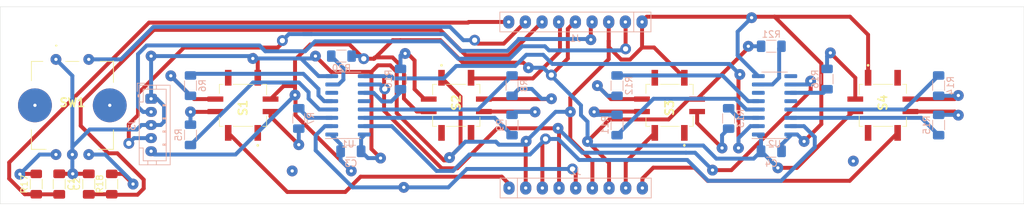
<source format=kicad_pcb>
(kicad_pcb (version 20211014) (generator pcbnew)
  (layers (0 "F.Cu" mixed) (31 "B.Cu" mixed) (34 "B.Paste" user) (35 "F.Paste" user) (36 "B.SilkS" user "B.Silkscreen") (37 "F.SilkS" user "F.Silkscreen") (38 "B.Mask" user) (39 "F.Mask" user) (44 "Edge.Cuts" user))
  (net 0 "")
  (net 1 "GND")
  (net 2 "ENCA")
  (net 3 "ENCB")
  (net 4 "VCC")
  (net 5 "BUT3")
  (net 6 "BUT2")
  (net 7 "BUT1")
  (net 8 "BUT0")
  (net 9 "PSHFCLK")
  (net 10 "PSHFDATA")
  (net 11 "PSHFUDATE")
  (net 12 "ADC1")
  (net 13 "ADC0")
  (net 14 "S1_R")
  (net 15 "Net-(R5-Pad1)")
  (net 16 "Net-(R6-Pad1)")
  (net 17 "S1_G")
  (net 18 "S1_b")
  (net 19 "Net-(R7-Pad1)")
  (net 20 "Net-(R8-Pad1)")
  (net 21 "S2_R")
  (net 22 "Net-(R9-Pad1)")
  (net 23 "Net-(R10-Pad1)")
  (net 24 "Net-(R11-Pad1)")
  (net 25 "Net-(R12-Pad1)")
  (net 26 "Net-(R13-Pad1)")
  (net 27 "Net-(R14-Pad1)")
  (net 28 "Net-(R15-Pad1)")
  (net 29 "Net-(R16-Pad1)")
  (net 30 "Net-(R17-Pad2)")
  (net 31 "Net-(R18-Pad2)")
  (net 32 "ENCSW")
  (net 33 "Net-(R20-Pad1)")
  (net 34 "Net-(R21-Pad1)")
  (net 35 "Net-(U1-Pad9)")
  (net 36 "S2_G")
  (net 37 "S2_B")
  (net 38 "S3_R")
  (net 39 "S3_G")
  (net 40 "S3_B")
  (net 41 "S4_R")
  (net 42 "S4_G")
  (net 43 "S4_B")
  (footprint "MOUSERfootprintANDsymbol:PEC11R4230KS0024" (layer "F.Cu") (at 78.5 82)
    (fp_text reference "SW1")
    (fp_text value "Rotary_Encoder_Switch" hide)
  )
  (footprint "Resistor_SMD:R_1206_3216Metric_Pad1.30x1.75mm_HandSolder" (layer "F.Cu") (at 87 94 90)
    (fp_text reference "R18")
    (fp_text value "27k")
  )
  (footprint "Capacitor_SMD:C_1206_3216Metric_Pad1.33x1.80mm_HandSolder" (layer "F.Cu") (at 79 94 -90)
    (fp_text reference "C1")
    (fp_text value "100nF")
  )
  (footprint "MOUSERfootprintANDsymbol:228CMVARGBFR" (layer "F.Cu") (at 139.5 82 90)
    (fp_text reference "S2")
    (fp_text value "228CMVARGBFR" hide)
  )
  (footprint "MOUSERfootprintANDsymbol:228CMVARGBFR" (layer "F.Cu") (at 172 82 -90)
    (fp_text reference "S3")
    (fp_text value "228CMVARGBFR" hide)
  )
  (footprint "MOUSERfootprintANDsymbol:228CMVARGBFR" (layer "F.Cu") (at 204.5 82 90)
    (fp_text reference "S4")
    (fp_text value "228CMVARGBFR" hide)
  )
  (footprint "Resistor_SMD:R_1206_3216Metric_Pad1.30x1.75mm_HandSolder" (layer "F.Cu") (at 75.5 94 90)
    (fp_text reference "R17")
    (fp_text value "27k")
  )
  (footprint "Capacitor_SMD:C_1206_3216Metric_Pad1.33x1.80mm_HandSolder" (layer "F.Cu") (at 83.5 94 90)
    (fp_text reference "C2")
    (fp_text value "100nF")
  )
  (footprint "MOUSERfootprintANDsymbol:228CMVARGBFR" (layer "F.Cu") (at 107 82 -90)
    (fp_text reference "S1")
    (fp_text value "228CMVARGBFR" hide)
  )
  (footprint ".Ambisonic:Header-01x09-p2.54-selfsolder" (layer "B.Cu") (at 157.7 94.6)
    (fp_text reference "J2")
    (fp_text value "Conn_01x09_Male")
  )
  (footprint "Connector_JST:JST_PH_B5B-PH-K_1x05_P2.00mm_Vertical" (layer "B.Cu") (at 93 81 -90)
    (fp_text reference "J3")
    (fp_text value "Conn_01x06_Female")
  )
  (footprint "Package_SO:SOIC-16_3.9x9.9mm_P1.27mm" (layer "B.Cu") (at 188 82)
    (fp_text reference "U2")
    (fp_text value "TPIC6C595-SOIC")
  )
  (footprint "Package_SO:SOIC-16_3.9x9.9mm_P1.27mm" (layer "B.Cu") (at 123 82)
    (fp_text reference "U1")
    (fp_text value "TPIC6C595-SOIC")
  )
  (footprint "Resistor_SMD:R_1206_3216Metric_Pad1.30x1.75mm_HandSolder" (layer "B.Cu") (at 148 85 -90)
    (fp_text reference "R9")
    (fp_text value "155")
  )
  (footprint "Resistor_SMD:R_1206_3216Metric_Pad1.30x1.75mm_HandSolder" (layer "B.Cu") (at 196 78 -90)
    (fp_text reference "R16")
    (fp_text value "100")
  )
  (footprint "Resistor_SMD:R_1206_3216Metric_Pad1.30x1.75mm_HandSolder" (layer "B.Cu") (at 213 85 -90)
    (fp_text reference "R15")
    (fp_text value "155")
  )
  (footprint "Resistor_SMD:R_1206_3216Metric_Pad1.30x1.75mm_HandSolder" (layer "B.Cu") (at 213 79 90)
    (fp_text reference "R14")
    (fp_text value "165")
  )
  (footprint "Resistor_SMD:R_1206_3216Metric_Pad1.30x1.75mm_HandSolder" (layer "B.Cu") (at 181 84 90)
    (fp_text reference "R13")
    (fp_text value "100")
  )
  (footprint "Resistor_SMD:R_1206_3216Metric_Pad1.30x1.75mm_HandSolder" (layer "B.Cu") (at 148 79 90)
    (fp_text reference "R8")
    (fp_text value "165")
  )
  (footprint "Resistor_SMD:R_1206_3216Metric_Pad1.30x1.75mm_HandSolder" (layer "B.Cu") (at 164 79 90)
    (fp_text reference "R12")
    (fp_text value "155")
  )
  (footprint "Resistor_SMD:R_1206_3216Metric_Pad1.30x1.75mm_HandSolder" (layer "B.Cu") (at 164 85 -90)
    (fp_text reference "R11")
    (fp_text value "165")
  )
  (footprint "Resistor_SMD:R_1206_3216Metric_Pad1.30x1.75mm_HandSolder" (layer "B.Cu") (at 131 78 -90)
    (fp_text reference "R10")
    (fp_text value "100")
  )
  (footprint "Resistor_SMD:R_1206_3216Metric_Pad1.30x1.75mm_HandSolder" (layer "B.Cu") (at 99 79 90)
    (fp_text reference "R6")
    (fp_text value "155")
  )
  (footprint "Resistor_SMD:R_1206_3216Metric_Pad1.30x1.75mm_HandSolder" (layer "B.Cu") (at 99 86.5 -90)
    (fp_text reference "R5")
    (fp_text value "165")
  )
  (footprint "Capacitor_SMD:C_1206_3216Metric_Pad1.33x1.80mm_HandSolder" (layer "B.Cu") (at 187.5 89)
    (fp_text reference "C4")
    (fp_text value "100nF")
  )
  (footprint "Capacitor_SMD:C_1206_3216Metric_Pad1.33x1.80mm_HandSolder" (layer "B.Cu") (at 123.4375 89)
    (fp_text reference "C3")
    (fp_text value "100nF")
  )
  (footprint "Resistor_SMD:R_1206_3216Metric_Pad1.30x1.75mm_HandSolder" (layer "B.Cu") (at 122 74.5)
    (fp_text reference "R20")
    (fp_text value "4K7")
  )
  (footprint "Resistor_SMD:R_1206_3216Metric_Pad1.30x1.75mm_HandSolder" (layer "B.Cu") (at 187.5 73 180)
    (fp_text reference "R21")
    (fp_text value "4K7")
  )
  (footprint ".Ambisonic:Header-01x09-p2.54-selfsolder" (layer "B.Cu") (at 157.65 69.3 180)
    (fp_text reference "J1")
    (fp_text value "Conn_01x09_Male")
  )
  (footprint "Resistor_SMD:R_1206_3216Metric_Pad1.30x1.75mm_HandSolder" (layer "B.Cu") (at 115.5 84 90)
    (fp_text reference "R7")
    (fp_text value "100")
  )
  (gr_line (start 70 97) (end 226 97) (layer "Edge.Cuts") (width 0.05))
  (gr_line (start 226 97) (end 226 67) (layer "Edge.Cuts") (width 0.05))
  (gr_line (start 70 97) (end 70 67) (layer "Edge.Cuts") (width 0.05))
  (gr_line (start 70 67) (end 226 67) (layer "Edge.Cuts") (width 0.05))
  (segment (start 140.149999 80.699999) (end 140.149999 88.280001) (width 0.6) (layer "F.Cu") (net 1))
  (segment (start 156.8755 87.172907) (end 156.8755 82.986288) (width 0.6) (layer "F.Cu") (net 1))
  (segment (start 160.24 90.537407) (end 156.8755 87.172907) (width 0.6) (layer "F.Cu") (net 1))
  (segment (start 130.425001 76.900999) (end 130.425001 83.194961) (width 0.6) (layer "F.Cu") (net 1))
  (segment (start 137.61502 90.38498) (end 138.04502 90.38498) (width 0.6) (layer "F.Cu") (net 1))
  (segment (start 165.972896 75.024511) (end 164.627104 75.024511) (width 0.6) (layer "F.Cu") (net 1))
  (segment (start 108.58748 74.31252) (end 108.5 74.4) (width 0.6) (layer "F.Cu") (net 1))
  (segment (start 195.124511 84.875489) (end 195.124511 75.624511) (width 0.6) (layer "F.Cu") (net 1))
  (segment (start 162.73 74.972593) (end 162.73 72.17) (width 0.6) (layer "F.Cu") (net 1))
  (segment (start 120.441469 76.900999) (end 126.574999 76.900999) (width 0.6) (layer "F.Cu") (net 1))
  (segment (start 164.627104 75.024511) (end 162.73 73.127407) (width 0.6) (layer "F.Cu") (net 1))
  (segment (start 79 92.4375) (end 83.5 92.4375) (width 0.6) (layer "F.Cu") (net 1))
  (segment (start 126.574999 76.900999) (end 127.575999 75.899999) (width 0.6) (layer "F.Cu") (net 1))
  (segment (start 126.574999 76.900999) (end 126.574999 88.655939) (width 0.6) (layer "F.Cu") (net 1))
  (segment (start 129.424001 75.899999) (end 130.425001 76.900999) (width 0.6) (layer "F.Cu") (net 1))
  (segment (start 202.25 77.8) (end 202.25 71.25) (width 0.6) (layer "F.Cu") (net 1))
  (segment (start 162.73 72.17) (end 162.73 69.3) (width 0.6) (layer "F.Cu") (net 1))
  (segment (start 140.149999 88.280001) (end 138.465 89.965) (width 0.6) (layer "F.Cu") (net 1))
  (segment (start 174.25 77.8) (end 169.637407 73.187407) (width 0.6) (layer "F.Cu") (net 1))
  (segment (start 156.8755 82.986288) (end 156.8755 80.827093) (width 0.6) (layer "F.Cu") (net 1))
  (segment (start 156.8755 80.827093) (end 162.73 74.972593) (width 0.6) (layer "F.Cu") (net 1))
  (segment (start 167.81 73.187407) (end 165.972896 75.024511) (width 0.6) (layer "F.Cu") (net 1))
  (segment (start 160.24 94.6) (end 160.24 90.537407) (width 0.6) (layer "F.Cu") (net 1))
  (segment (start 192.5 87.5) (end 195.124511 84.875489) (width 0.6) (layer "F.Cu") (net 1))
  (segment (start 169.637407 73.187407) (end 167.81 73.187407) (width 0.6) (layer "F.Cu") (net 1))
  (segment (start 199.5 68.5) (end 188 68.5) (width 0.6) (layer "F.Cu") (net 1))
  (segment (start 150.08 93.98) (end 150.08 87.545796) (width 0.6) (layer "F.Cu") (net 1))
  (segment (start 137.25 77.8) (end 140.149999 80.699999) (width 0.6) (layer "F.Cu") (net 1))
  (segment (start 167.81 69.3) (end 167.81 73.187407) (width 0.6) (layer "F.Cu") (net 1))
  (segment (start 195.124511 75.624511) (end 188 68.5) (width 0.6) (layer "F.Cu") (net 1))
  (segment (start 162.73 73.127407) (end 162.73 72.17) (width 0.6) (layer "F.Cu") (net 1))
  (segment (start 138.04502 90.38498) (end 138.465 89.965) (width 0.6) (layer "F.Cu") (net 1))
  (segment (start 130.425001 83.194961) (end 137.61502 90.38498) (width 0.6) (layer "F.Cu") (net 1))
  (segment (start 108.5 74.4) (end 108.5 74.861508) (width 0.6) (layer "F.Cu") (net 1))
  (segment (start 202.25 71.25) (end 199.5 68.5) (width 0.6) (layer "F.Cu") (net 1))
  (segment (start 127.575999 75.899999) (end 129.424001 75.899999) (width 0.6) (layer "F.Cu") (net 1))
  (segment (start 109.25 74.97504) (end 108.58748 74.31252) (width 0.6) (layer "F.Cu") (net 1))
  (segment (start 118.04047 74.5) (end 120.441469 76.900999) (width 0.6) (layer "F.Cu") (net 1))
  (segment (start 109.25 77.8) (end 109.25 74.97504) (width 0.6) (layer "F.Cu") (net 1))
  (segment (start 150.08 87.545796) (end 150.15 87.475796) (width 0.6) (layer "F.Cu") (net 1))
  (segment (start 126.574999 88.655939) (end 127.95953 90.04047) (width 0.6) (layer "F.Cu") (net 1))
  (segment (start 188 68.5) (end 168.5 68.5) (width 0.6) (layer "F.Cu") (net 1))
  (via (at 184.5 68.65) (size 1.65) (drill 0.5) (layers "F.Cu" "B.Cu") (net 1))
  (via (at 138.465 89.965) (size 1.65) (drill 0.5) (layers "F.Cu" "B.Cu") (net 1))
  (via (at 127.95953 90.04047) (size 1.65) (drill 0.5) (layers "F.Cu" "B.Cu") (net 1))
  (via (at 81.0625 92.4375) (size 1.65) (drill 0.5) (layers "F.Cu" "B.Cu") (net 1))
  (via (at 156.8755 82.986288) (size 1.65) (drill 0.5) (layers "F.Cu" "B.Cu") (net 1))
  (via (at 93 74.5) (size 1.65) (drill 0.5) (layers "F.Cu" "B.Cu") (net 1))
  (via (at 200 90.5) (size 1.65) (drill 0.5) (layers "F.Cu" "B.Cu") (net 1))
  (via (at 108.5 74.861508) (size 1.65) (drill 0.5) (layers "F.Cu" "B.Cu") (net 1))
  (via (at 150.15 87.475796) (size 1.65) (drill 0.5) (layers "F.Cu" "B.Cu") (net 1))
  (via (at 114.5 92) (size 1.65) (drill 0.5) (layers "F.Cu" "B.Cu") (net 1))
  (via (at 192.5 87.5) (size 1.65) (drill 0.5) (layers "F.Cu" "B.Cu") (net 1))
  (via (at 118.04047 74.5) (size 1.65) (drill 0.5) (layers "F.Cu" "B.Cu") (net 1))
  (segment (start 126.04047 90.04047) (end 125 89) (width 0.6) (layer "B.Cu") (net 1))
  (segment (start 108.138492 74.5) (end 93 74.5) (width 0.6) (layer "B.Cu") (net 1))
  (segment (start 189.0625 89) (end 189.0625 87.98751) (width 0.6) (layer "B.Cu") (net 1))
  (segment (start 156.8755 82.986288) (end 154.639508 82.986288) (width 0.6) (layer "B.Cu") (net 1))
  (segment (start 83.652773 85.680501) (end 90.844499 85.680501) (width 0.6) (layer "B.Cu") (net 1))
  (segment (start 94.475 85) (end 94.97501 84.49999) (width 0.6) (layer "B.Cu") (net 1))
  (segment (start 115.838492 74.861508) (end 108.5 74.861508) (width 0.6) (layer "B.Cu") (net 1))
  (segment (start 189.0625 87.98751) (end 190.475 86.57501) (width 0.6) (layer "B.Cu") (net 1))
  (segment (start 149.626276 87.99952) (end 145.99952 87.99952) (width 0.6) (layer "B.Cu") (net 1))
  (segment (start 184.5 68.65) (end 182.375489 70.774511) (width 0.6) (layer "B.Cu") (net 1))
  (segment (start 93.875 81) (end 93 81) (width 0.6) (layer "B.Cu") (net 1))
  (segment (start 127.95953 90.04047) (end 126.04047 90.04047) (width 0.6) (layer "B.Cu") (net 1))
  (segment (start 154.639508 82.986288) (end 150.15 87.475796) (width 0.6) (layer "B.Cu") (net 1))
  (segment (start 120.525 77.555) (end 118.531984 77.555) (width 0.6) (layer "B.Cu") (net 1))
  (segment (start 145.99952 87.99952) (end 145.54952 87.54952) (width 0.6) (layer "B.Cu") (net 1))
  (segment (start 191.445 86.445) (end 192.5 87.5) (width 0.6) (layer "B.Cu") (net 1))
  (segment (start 81 88.333274) (end 83.652773 85.680501) (width 0.6) (layer "B.Cu") (net 1))
  (segment (start 81 89.5) (end 81 77.5) (width 0.6) (layer "B.Cu") (net 1))
  (segment (start 81 89.5) (end 81 92.375) (width 0.6) (layer "B.Cu") (net 1))
  (segment (start 90.844499 85.680501) (end 91.525 85) (width 0.6) (layer "B.Cu") (net 1))
  (segment (start 125 87.05001) (end 125.475 86.57501) (width 0.6) (layer "B.Cu") (net 1))
  (segment (start 182.375489 70.774511) (end 182.375489 74.405489) (width 0.6) (layer "B.Cu") (net 1))
  (segment (start 138.465 89.965) (end 140.88048 87.54952) (width 0.6) (layer "B.Cu") (net 1))
  (segment (start 94.97501 84.49999) (end 94.97501 82.10001) (width 0.6) (layer "B.Cu") (net 1))
  (segment (start 93 81) (end 93 74.5) (width 0.6) (layer "B.Cu") (net 1))
  (segment (start 182.375489 74.405489) (end 185.525 77.555) (width 0.6) (layer "B.Cu") (net 1))
  (segment (start 190.475 86.445) (end 191.445 86.445) (width 0.6) (layer "B.Cu") (net 1))
  (segment (start 117.678962 74.861508) (end 115.838492 74.861508) (width 0.6) (layer "B.Cu") (net 1))
  (segment (start 108.5 74.861508) (end 108.138492 74.5) (width 0.6) (layer "B.Cu") (net 1))
  (segment (start 94.97501 82.10001) (end 93.875 81) (width 0.6) (layer "B.Cu") (net 1))
  (segment (start 118.531984 77.555) (end 115.838492 74.861508) (width 0.6) (layer "B.Cu") (net 1))
  (segment (start 93 85) (end 94.475 85) (width 0.6) (layer "B.Cu") (net 1))
  (segment (start 81 77.5) (end 78.5 75) (width 0.6) (layer "B.Cu") (net 1))
  (segment (start 118.04047 74.5) (end 117.678962 74.861508) (width 0.6) (layer "B.Cu") (net 1))
  (segment (start 145.54952 87.54952) (end 146 88) (width 0.6) (layer "B.Cu") (net 1))
  (segment (start 140.88048 87.54952) (end 145.54952 87.54952) (width 0.6) (layer "B.Cu") (net 1))
  (segment (start 150.15 87.475796) (end 149.626276 87.99952) (width 0.6) (layer "B.Cu") (net 1))
  (segment (start 91.525 85) (end 93 85) (width 0.6) (layer "B.Cu") (net 1))
  (segment (start 81 92.375) (end 81.0625 92.4375) (width 0.6) (layer "B.Cu") (net 1))
  (segment (start 125 89) (end 125 87.05001) (width 0.6) (layer "B.Cu") (net 1))
  (segment (start 92.679578 69.40048) (end 71.375489 90.704569) (width 0.6) (layer "F.Cu") (net 2))
  (segment (start 79 95.5625) (end 75.5125 95.5625) (width 0.6) (layer "F.Cu") (net 2))
  (segment (start 141.29952 69.40048) (end 92.679578 69.40048) (width 0.6) (layer "F.Cu") (net 2))
  (segment (start 141.4 69.3) (end 141.29952 69.40048) (width 0.6) (layer "F.Cu") (net 2))
  (segment (start 71.375489 93.175489) (end 73.75 95.55) (width 0.6) (layer "F.Cu") (net 2))
  (segment (start 73.75 95.55) (end 75.5 95.55) (width 0.6) (layer "F.Cu") (net 2))
  (segment (start 147.49 69.3) (end 141.4 69.3) (width 0.6) (layer "F.Cu") (net 2))
  (segment (start 75.5125 95.5625) (end 75.5 95.55) (width 0.6) (layer "F.Cu") (net 2))
  (segment (start 71.375489 90.704569) (end 71.375489 93.175489) (width 0.6) (layer "F.Cu") (net 2))
  (segment (start 91.874511 94.672896) (end 90.922896 95.624511) (width 0.6) (layer "F.Cu") (net 3))
  (segment (start 87.074511 95.624511) (end 87 95.55) (width 0.6) (layer "F.Cu") (net 3))
  (segment (start 82.275 81.644942) (end 82.275 85.125) (width 0.6) (layer "F.Cu") (net 3))
  (segment (start 137.054956 70.5) (end 93.419942 70.5) (width 0.6) (layer "F.Cu") (net 3))
  (segment (start 87 95.55) (end 83.5125 95.55) (width 0.6) (layer "F.Cu") (net 3))
  (segment (start 87.859971 89.312564) (end 91.874511 93.327104) (width 0.6) (layer "F.Cu") (net 3))
  (segment (start 90.922896 95.624511) (end 87.074511 95.624511) (width 0.6) (layer "F.Cu") (net 3))
  (segment (start 152.57 69.3) (end 147.497478 74.372522) (width 0.6) (layer "F.Cu") (net 3))
  (segment (start 83.5125 95.55) (end 83.5 95.5625) (width 0.6) (layer "F.Cu") (net 3))
  (segment (start 140.927478 74.372522) (end 137.054956 70.5) (width 0.6) (layer "F.Cu") (net 3))
  (segment (start 147.497478 74.372522) (end 140.927478 74.372522) (width 0.6) (layer "F.Cu") (net 3))
  (segment (start 86.462564 89.312564) (end 87.859971 89.312564) (width 0.6) (layer "F.Cu") (net 3))
  (segment (start 91.874511 93.327104) (end 91.874511 94.672896) (width 0.6) (layer "F.Cu") (net 3))
  (segment (start 93.419942 70.5) (end 82.275 81.644942) (width 0.6) (layer "F.Cu") (net 3))
  (segment (start 82.275 85.125) (end 86.462564 89.312564) (width 0.6) (layer "F.Cu") (net 3))
  (segment (start 131.524521 76.445563) (end 129.778958 74.7) (width 0.6) (layer "F.Cu") (net 4))
  (segment (start 129.778958 74.7) (end 127.1 74.7) (width 0.6) (layer "F.Cu") (net 4))
  (segment (start 117.27499 72.72501) (end 117.67499 72.72501) (width 0.6) (layer "F.Cu") (net 4))
  (segment (start 184 73.25) (end 184 73) (width 0.6) (layer "F.Cu") (net 4))
  (segment (start 133.5 82.95) (end 131.524521 80.974521) (width 0.6) (layer "F.Cu") (net 4))
  (segment (start 114.931706 79.068294) (end 114.931706 75.068294) (width 0.6) (layer "F.Cu") (net 4))
  (segment (start 131.524521 80.974521) (end 131.524521 76.445563) (width 0.6) (layer "F.Cu") (net 4))
  (segment (start 171.850489 84.149511) (end 162.850489 84.149511) (width 0.6) (layer "F.Cu") (net 4))
  (segment (start 123.22501 72.72501) (end 125.4 74.9) (width 0.6) (layer "F.Cu") (net 4))
  (segment (start 162.78 90.78) (end 159.5 87.5) (width 0.6) (layer "F.Cu") (net 4))
  (segment (start 126.9 74.9) (end 127 74.9) (width 0.6) (layer "F.Cu") (net 4))
  (segment (start 162.850489 84.149511) (end 159.5 87.5) (width 0.6) (layer "F.Cu") (net 4))
  (segment (start 130.974999 72.074999) (end 137.074999 72.074999) (width 0.6) (layer "F.Cu") (net 4))
  (segment (start 127 74.9) (end 127.587495 74.312505) (width 0.6) (layer "F.Cu") (net 4))
  (segment (start 113.181706 79.068294) (end 111.2 81.05) (width 0.6) (layer "F.Cu") (net 4))
  (segment (start 156.5 70.34) (end 157.84 69) (width 0.6) (layer "F.Cu") (net 4))
  (segment (start 114.931706 79.068294) (end 113.181706 79.068294) (width 0.6) (layer "F.Cu") (net 4))
  (segment (start 117.67499 72.72501) (end 123.22501 72.72501) (width 0.6) (layer "F.Cu") (net 4))
  (segment (start 129.825001 72.074999) (end 130.974999 72.074999) (width 0.6) (layer "F.Cu") (net 4))
  (segment (start 114.931706 75.068294) (end 117.27499 72.72501) (width 0.6) (layer "F.Cu") (net 4))
  (segment (start 153.985148 77.38515) (end 156.5 74.870298) (width 0.6) (layer "F.Cu") (net 4))
  (segment (start 127.1 74.7) (end 126.9 74.9) (width 0.6) (layer "F.Cu") (net 4))
  (segment (start 125.4 74.9) (end 126.9 74.9) (width 0.6) (layer "F.Cu") (net 4))
  (segment (start 176.2 81.05) (end 184 73.25) (width 0.6) (layer "F.Cu") (net 4))
  (segment (start 156.5 74.870298) (end 156.5 70.34) (width 0.6) (layer "F.Cu") (net 4))
  (segment (start 127.587495 74.312505) (end 129.825001 72.074999) (width 0.6) (layer "F.Cu") (net 4))
  (segment (start 115 80.5) (end 114.931706 80.431706) (width 0.6) (layer "F.Cu") (net 4))
  (segment (start 150.5 76.2755) (end 149.7245 75.5) (width 0.6) (layer "F.Cu") (net 4))
  (segment (start 123.5 92) (end 115 83.5) (width 0.6) (layer "F.Cu") (net 4))
  (segment (start 135.3 82.95) (end 133.5 82.95) (width 0.6) (layer "F.Cu") (net 4))
  (segment (start 115 83.5) (end 115 80.5) (width 0.6) (layer "F.Cu") (net 4))
  (segment (start 137.074999 72.074999) (end 140.5 75.5) (width 0.6) (layer "F.Cu") (net 4))
  (segment (start 149.7245 75.5) (end 140.5 75.5) (width 0.6) (layer "F.Cu") (net 4))
  (segment (start 176.2 81.05) (end 174.95 81.05) (width 0.6) (layer "F.Cu") (net 4))
  (segment (start 188.5 91.5245) (end 191.389034 91.5245) (width 0.6) (layer "F.Cu") (net 4))
  (segment (start 191.389034 91.5245) (end 199.963534 82.95) (width 0.6) (layer "F.Cu") (net 4))
  (segment (start 174.95 81.05) (end 171.850489 84.149511) (width 0.6) (layer "F.Cu") (net 4))
  (segment (start 114.931706 80.431706) (end 114.931706 79.068294) (width 0.6) (layer "F.Cu") (net 4))
  (segment (start 162.78 94.6) (end 162.78 90.78) (width 0.6) (layer "F.Cu") (net 4))
  (via (at 153.985148 77.38515) (size 1.65) (drill 0.8) (layers "F.Cu" "B.Cu") (net 4))
  (via (at 184 73) (size 1.65) (drill 0.5) (layers "F.Cu" "B.Cu") (net 4))
  (via (at 125.4 74.9) (size 1.65) (drill 0.8) (layers "F.Cu" "B.Cu") (net 4))
  (via (at 159.5 87.5) (size 1.65) (drill 0.5) (layers "F.Cu" "B.Cu") (net 4))
  (via (at 114.931706 80.431706) (size 1.65) (drill 0.5) (layers "F.Cu" "B.Cu") (net 4))
  (via (at 123.5 92) (size 1.65) (drill 0.5) (layers "F.Cu" "B.Cu") (net 4))
  (via (at 188.5 91.5245) (size 1.65) (drill 0.5) (layers "F.Cu" "B.Cu") (net 4))
  (via (at 150.5 76.2755) (size 1.65) (drill 0.5) (layers "F.Cu" "B.Cu") (net 4))
  (segment (start 125 74.5) (end 125.4 74.9) (width 0.6) (layer "B.Cu") (net 4))
  (segment (start 105.863892 89.49952) (end 93.49952 89.49952) (width 0.6) (layer "B.Cu") (net 4))
  (segment (start 179.124511 90.124511) (end 177.125478 88.125478) (width 0.6) (layer "B.Cu") (net 4))
  (segment (start 158.5 83.5) (end 159.5 84.5) (width 0.6) (layer "B.Cu") (net 4))
  (segment (start 121.875 89) (end 121.875 87.92501) (width 0.6) (layer "B.Cu") (net 4))
  (segment (start 185.9755 89) (end 188.5 91.5245) (width 0.6) (layer "B.Cu") (net 4))
  (segment (start 177.125478 88.125478) (end 160.125478 88.125478) (width 0.6) (layer "B.Cu") (net 4))
  (segment (start 114.931706 80.431706) (end 105.863892 89.49952) (width 0.6) (layer "B.Cu") (net 4))
  (segment (start 93.49952 89.49952) (end 93 89) (width 0.6) (layer "B.Cu") (net 4))
  (segment (start 184 73) (end 185.95 73) (width 0.6) (layer "B.Cu") (net 4))
  (segment (start 185.9375 86.98751) (end 185.525 86.57501) (width 0.6) (layer "B.Cu") (net 4))
  (segment (start 121.875 89) (end 121.875 90.375) (width 0.6) (layer "B.Cu") (net 4))
  (segment (start 153.88515 77.38515) (end 153.985148 77.38515) (width 0.6) (layer "B.Cu") (net 4))
  (segment (start 121.875 90.375) (end 123.5 92) (width 0.6) (layer "B.Cu") (net 4))
  (segment (start 160.125478 88.125478) (end 159.5 87.5) (width 0.6) (layer "B.Cu") (net 4))
  (segment (start 155.5 79) (end 158.5 82) (width 0.6) (layer "B.Cu") (net 4))
  (segment (start 184.812989 90.124511) (end 179.124511 90.124511) (width 0.6) (layer "B.Cu") (net 4))
  (segment (start 185.9375 89) (end 184.812989 90.124511) (width 0.6) (layer "B.Cu") (net 4))
  (segment (start 159.5 84.5) (end 159.5 87.5) (width 0.6) (layer "B.Cu") (net 4))
  (segment (start 123.55 74.5) (end 125 74.5) (width 0.6) (layer "B.Cu") (net 4))
  (segment (start 152.7755 76.2755) (end 153.88515 77.38515) (width 0.6) (layer "B.Cu") (net 4))
  (segment (start 155.5 79) (end 152.7755 76.2755) (width 0.6) (layer "B.Cu") (net 4))
  (segment (start 152.7755 76.2755) (end 150.5 76.2755) (width 0.6) (layer "B.Cu") (net 4))
  (segment (start 121.875 87.92501) (end 120.525 86.57501) (width 0.6) (layer "B.Cu") (net 4))
  (segment (start 158.5 82) (end 158.5 83.5) (width 0.6) (layer "B.Cu") (net 4))
  (segment (start 185.9375 89) (end 185.9375 86.98751) (width 0.6) (layer "B.Cu") (net 4))
  (segment (start 169.52 91.5) (end 175.797407 91.5) (width 0.6) (layer "F.Cu") (net 5))
  (segment (start 167.86 93.16) (end 169.52 91.5) (width 0.6) (layer "F.Cu") (net 5))
  (segment (start 177.797418 93.500011) (end 199.449989 93.500011) (width 0.6) (layer "F.Cu") (net 5))
  (segment (start 199.449989 93.500011) (end 206.75 86.2) (width 0.6) (layer "F.Cu") (net 5))
  (segment (start 167.86 93.98) (end 167.86 93.16) (width 0.6) (layer "F.Cu") (net 5))
  (segment (start 175.797407 91.5) (end 177.797418 93.500011) (width 0.6) (layer "F.Cu") (net 5))
  (segment (start 169.75 86.2) (end 165.32 90.63) (width 0.6) (layer "F.Cu") (net 6))
  (segment (start 165.32 90.63) (end 165.32 93.98) (width 0.6) (layer "F.Cu") (net 6))
  (segment (start 141.850011 77.900011) (end 151.172896 77.900011) (width 0.6) (layer "F.Cu") (net 7))
  (segment (start 151.172896 77.900011) (end 155.3 73.772907) (width 0.6) (layer "F.Cu") (net 7))
  (segment (start 141.75 77.8) (end 141.850011 77.900011) (width 0.6) (layer "F.Cu") (net 7))
  (segment (start 155.3 73.772907) (end 155.3 69) (width 0.6) (layer "F.Cu") (net 7))
  (segment (start 146.435489 92.875489) (end 124.921917 92.875489) (width 0.6) (layer "F.Cu") (net 8))
  (segment (start 113.75 95.2) (end 104.75 86.2) (width 0.6) (layer "F.Cu") (net 8))
  (segment (start 122.597406 95.2) (end 113.75 95.2) (width 0.6) (layer "F.Cu") (net 8))
  (segment (start 147.54 93.98) (end 146.435489 92.875489) (width 0.6) (layer "F.Cu") (net 8))
  (segment (start 124.921917 92.875489) (end 122.597406 95.2) (width 0.6) (layer "F.Cu") (net 8))
  (segment (start 152.62 87.6045) (end 153.1 87.1245) (width 0.6) (layer "F.Cu") (net 9))
  (segment (start 152.62 94.6) (end 152.62 87.6045) (width 0.6) (layer "F.Cu") (net 9))
  (via (at 153.1 87.1245) (size 1.65) (drill 0.8) (layers "F.Cu" "B.Cu") (net 9))
  (segment (start 174.69901 90.324518) (end 177.874503 93.500011) (width 0.6) (layer "B.Cu") (net 9))
  (segment (start 129.675 85.175) (end 136.5 92) (width 0.6) (layer "B.Cu") (net 9))
  (segment (start 192.472407 85.175) (end 190.475 85.175) (width 0.6) (layer "B.Cu") (net 9))
  (segment (start 136.5 92) (end 139 92) (width 0.6) (layer "B.Cu") (net 9))
  (segment (start 194.124511 88.375489) (end 194.124511 86.827104) (width 0.6) (layer "B.Cu") (net 9))
  (segment (start 177.874503 93.500011) (end 188.999989 93.500011) (width 0.6) (layer "B.Cu") (net 9))
  (segment (start 158.224518 90.324518) (end 174.69901 90.324518) (width 0.6) (layer "B.Cu") (net 9))
  (segment (start 188.999989 93.500011) (end 194.124511 88.375489) (width 0.6) (layer "B.Cu") (net 9))
  (segment (start 155.0245 87.1245) (end 158.224518 90.324518) (width 0.6) (layer "B.Cu") (net 9))
  (segment (start 153.1 87.1245) (end 155.0245 87.1245) (width 0.6) (layer "B.Cu") (net 9))
  (segment (start 149.2 89.5) (end 150.7245 89.5) (width 0.6) (layer "B.Cu") (net 9))
  (segment (start 125.475 85.175) (end 129.675 85.175) (width 0.6) (layer "B.Cu") (net 9))
  (segment (start 194.124511 86.827104) (end 192.472407 85.175) (width 0.6) (layer "B.Cu") (net 9))
  (segment (start 150.7245 89.5) (end 153.1 87.1245) (width 0.6) (layer "B.Cu") (net 9))
  (segment (start 141.5 89.5) (end 149.2 89.5) (width 0.6) (layer "B.Cu") (net 9))
  (segment (start 139 92) (end 141.5 89.5) (width 0.6) (layer "B.Cu") (net 9))
  (segment (start 157.7 94.6) (end 157.7 92.2) (width 0.6) (layer "F.Cu") (net 10))
  (segment (start 157.7 92.2) (end 157.2 91.7) (width 0.6) (layer "F.Cu") (net 10))
  (via (at 157.2 91.7) (size 1.65) (drill 0.8) (layers "F.Cu" "B.Cu") (net 10))
  (via (at 131.5 94.5) (size 1.65) (drill 0.5) (layers "F.Cu" "B.Cu") (net 10))
  (segment (start 123.702593 94.5) (end 131.5 94.5) (width 0.6) (layer "B.Cu") (net 10))
  (segment (start 157.2 91.7) (end 141.1 91.7) (width 0.6) (layer "B.Cu") (net 10))
  (segment (start 119.477176 85.175) (end 118.076088 86.576088) (width 0.6) (layer "B.Cu") (net 10))
  (segment (start 141.1 91.7) (end 140.5 92.3) (width 0.6) (layer "B.Cu") (net 10))
  (segment (start 118.076088 88.873494) (end 123.702593 94.5) (width 0.6) (layer "B.Cu") (net 10))
  (segment (start 118.076088 86.576088) (end 118.076088 88.873494) (width 0.6) (layer "B.Cu") (net 10))
  (segment (start 138.3 94.5) (end 140.5 92.3) (width 0.6) (layer "B.Cu") (net 10))
  (segment (start 120.525 85.175) (end 119.477176 85.175) (width 0.6) (layer "B.Cu") (net 10))
  (segment (start 131.5 94.5) (end 138.3 94.5) (width 0.6) (layer "B.Cu") (net 10))
  (segment (start 193.5 79.797407) (end 193.5 78.30001) (width 0.6) (layer "F.Cu") (net 11))
  (segment (start 137.264595 91.589511) (end 139.659511 91.589511) (width 0.6) (layer "F.Cu") (net 11))
  (segment (start 178.547399 91.8755) (end 181.421907 91.8755) (width 0.6) (layer "F.Cu") (net 11))
  (segment (start 181.421907 91.8755) (end 193.5 79.797407) (width 0.6) (layer "F.Cu") (net 11))
  (segment (start 155.16 85.66) (end 155 85.5) (width 0.6) (layer "F.Cu") (net 11))
  (segment (start 155.16 94.6) (end 155.16 85.66) (width 0.6) (layer "F.Cu") (net 11))
  (segment (start 128.5 82.824916) (end 137.264595 91.589511) (width 0.6) (layer "F.Cu") (net 11))
  (segment (start 139.659511 91.589511) (end 145.749022 85.5) (width 0.6) (layer "F.Cu") (net 11))
  (segment (start 128.5 77.825) (end 128.5 82.824916) (width 0.6) (layer "F.Cu") (net 11))
  (segment (start 145.749022 85.5) (end 155.5 85.5) (width 0.6) (layer "F.Cu") (net 11))
  (via (at 155 85.5) (size 1.65) (drill 0.5) (layers "F.Cu" "B.Cu") (net 11))
  (via (at 128.598695 79.501305) (size 1.65) (drill 0.8) (layers "F.Cu" "B.Cu") (net 11))
  (via (at 178.547399 91.8755) (size 1.65) (drill 0.5) (layers "F.Cu" "B.Cu") (net 11))
  (via (at 193.5 78.30001) (size 1.65) (drill 0.5) (layers "F.Cu" "B.Cu") (net 11))
  (segment (start 125.475 78.825) (end 127.92239 78.825) (width 0.6) (layer "B.Cu") (net 11))
  (segment (start 192.97501 78.825) (end 193.5 78.30001) (width 0.6) (layer "B.Cu") (net 11))
  (segment (start 158.724998 89.224998) (end 174.5 89.224998) (width 0.6) (layer "B.Cu") (net 11))
  (segment (start 175.896897 89.224998) (end 178.547399 91.8755) (width 0.6) (layer "B.Cu") (net 11))
  (segment (start 190.475 78.825) (end 192.97501 78.825) (width 0.6) (layer "B.Cu") (net 11))
  (segment (start 174.5 89.224998) (end 175.896897 89.224998) (width 0.6) (layer "B.Cu") (net 11))
  (segment (start 155 85.5) (end 158.724998 89.224998) (width 0.6) (layer "B.Cu") (net 11))
  (segment (start 127.92239 78.825) (end 128.598695 79.501305) (width 0.6) (layer "B.Cu") (net 11))
  (segment (start 165.3 73.4) (end 165.3 69.33) (width 0.6) (layer "F.Cu") (net 12))
  (segment (start 165.3 69.33) (end 165.27 69.3) (width 0.6) (layer "F.Cu") (net 12))
  (via (at 165.3 73.4) (size 1.65) (drill 0.8) (layers "F.Cu" "B.Cu") (net 12))
  (segment (start 147.644564 74.90096) (end 149.546004 72.99952) (width 0.6) (layer "B.Cu") (net 12))
  (segment (start 91 82.225) (end 91 74.202593) (width 0.6) (layer "B.Cu") (net 12))
  (segment (start 110.4 73.761988) (end 116.481075 73.761988) (width 0.6) (layer "B.Cu") (net 12))
  (segment (start 163.250989 73.624511) (end 165.075489 73.624511) (width 0.6) (layer "B.Cu") (net 12))
  (segment (start 93 83) (end 91.775 83) (width 0.6) (layer "B.Cu") (net 12))
  (segment (start 91 74.202593) (end 92.327103 72.875489) (width 0.6) (layer "B.Cu") (net 12))
  (segment (start 152.99952 72.99952) (end 153.624511 73.624511) (width 0.6) (layer "B.Cu") (net 12))
  (segment (start 149.546004 72.99952) (end 152.99952 72.99952) (width 0.6) (layer "B.Cu") (net 12))
  (segment (start 137.148531 72.248531) (end 139.80096 74.90096) (width 0.6) (layer "B.Cu") (net 12))
  (segment (start 117.994532 72.248531) (end 137.148531 72.248531) (width 0.6) (layer "B.Cu") (net 12))
  (segment (start 153.624511 73.624511) (end 163.250989 73.624511) (width 0.6) (layer "B.Cu") (net 12))
  (segment (start 92.327103 72.875489) (end 109.513501 72.875489) (width 0.6) (layer "B.Cu") (net 12))
  (segment (start 91.775 83) (end 91 82.225) (width 0.6) (layer "B.Cu") (net 12))
  (segment (start 116.481075 73.761988) (end 117.994532 72.248531) (width 0.6) (layer "B.Cu") (net 12))
  (segment (start 165.075489 73.624511) (end 165.3 73.4) (width 0.6) (layer "B.Cu") (net 12))
  (segment (start 139.80096 74.90096) (end 147.644564 74.90096) (width 0.6) (layer "B.Cu") (net 12))
  (segment (start 109.513501 72.875489) (end 110.4 73.761988) (width 0.6) (layer "B.Cu") (net 12))
  (segment (start 91 80.202593) (end 91 83.5) (width 0.6) (layer "F.Cu") (net 13))
  (segment (start 112.3 73.2) (end 98.002593 73.2) (width 0.6) (layer "F.Cu") (net 13))
  (segment (start 89.6 87.8) (end 89.6 84.9) (width 0.6) (layer "F.Cu") (net 13))
  (segment (start 160 69.38) (end 160.38 69) (width 0.6) (layer "F.Cu") (net 13))
  (segment (start 113 72.137488) (end 113 72.5) (width 0.6) (layer "F.Cu") (net 13))
  (segment (start 113 72.5) (end 112.3 73.2) (width 0.6) (layer "F.Cu") (net 13))
  (segment (start 98.002593 73.2) (end 91 80.202593) (width 0.6) (layer "F.Cu") (net 13))
  (segment (start 160 72) (end 160 69.38) (width 0.6) (layer "F.Cu") (net 13))
  (segment (start 89.6 84.9) (end 91 83.5) (width 0.6) (layer "F.Cu") (net 13))
  (via (at 89.6 87.8) (size 1.65) (drill 0.8) (layers "F.Cu" "B.Cu") (net 13))
  (via (at 113 72.137488) (size 1.65) (drill 0.8) (layers "F.Cu" "B.Cu") (net 13))
  (via (at 160 72) (size 1.65) (drill 0.5) (layers "F.Cu" "B.Cu") (net 13))
  (segment (start 140.2 73.7) (end 137.649011 71.149011) (width 0.6) (layer "B.Cu") (net 13))
  (segment (start 149 71.9) (end 149 71.990568) (width 0.6) (layer "B.Cu") (net 13))
  (segment (start 93 87) (end 90.4 87) (width 0.6) (layer "B.Cu") (net 13))
  (segment (start 147.290568 73.7) (end 140.2 73.7) (width 0.6) (layer "B.Cu") (net 13))
  (segment (start 160 72) (end 159.9 71.9) (width 0.6) (layer "B.Cu") (net 13))
  (segment (start 149 71.990568) (end 147.290568 73.7) (width 0.6) (layer "B.Cu") (net 13))
  (segment (start 159.9 71.9) (end 149 71.9) (width 0.6) (layer "B.Cu") (net 13))
  (segment (start 116.149011 71.149011) (end 117.450989 71.149011) (width 0.6) (layer "B.Cu") (net 13))
  (segment (start 117.450989 71.149011) (end 113.988477 71.149011) (width 0.6) (layer "B.Cu") (net 13))
  (segment (start 90.4 87) (end 89.6 87.8) (width 0.6) (layer "B.Cu") (net 13))
  (segment (start 113.988477 71.149011) (end 113 72.137488) (width 0.6) (layer "B.Cu") (net 13))
  (segment (start 137.649011 71.149011) (end 117.450989 71.149011) (width 0.6) (layer "B.Cu") (net 13))
  (segment (start 117 80) (end 115.525 78.525) (width 0.6) (layer "B.Cu") (net 14))
  (segment (start 117 81) (end 117 80) (width 0.6) (layer "B.Cu") (net 14))
  (segment (start 118.635 82.635) (end 117 81) (width 0.6) (layer "B.Cu") (net 14))
  (segment (start 120.525 82.635) (end 118.635 82.635) (width 0.6) (layer "B.Cu") (net 14))
  (segment (start 108.525 78.525) (end 99 88.05) (width 0.6) (layer "B.Cu") (net 14))
  (segment (start 115.525 78.525) (end 108.525 78.525) (width 0.6) (layer "B.Cu") (net 14))
  (segment (start 99 83) (end 102.75 83) (width 0.6) (layer "F.Cu") (net 15))
  (segment (start 102.75 83) (end 102.8 82.95) (width 0.6) (layer "F.Cu") (net 15))
  (via (at 99 83) (size 1.65) (drill 0.5) (layers "F.Cu" "B.Cu") (net 15))
  (segment (start 99 84.95) (end 99 83) (width 0.6) (layer "B.Cu") (net 15))
  (segment (start 99.55 81.05) (end 96 77.5) (width 0.6) (layer "F.Cu") (net 16))
  (segment (start 102.8 81.05) (end 99.55 81.05) (width 0.6) (layer "F.Cu") (net 16))
  (via (at 96 77.5) (size 1.65) (drill 0.5) (layers "F.Cu" "B.Cu") (net 16))
  (segment (start 99 80.5) (end 96 77.5) (width 0.6) (layer "B.Cu") (net 16))
  (segment (start 99 80.55) (end 99 80.5) (width 0.6) (layer "B.Cu") (net 16))
  (segment (start 119.365 81.365) (end 120.525 81.365) (width 0.6) (layer "B.Cu") (net 17))
  (segment (start 99.25 77.2) (end 116.2 77.2) (width 0.6) (layer "B.Cu") (net 17))
  (segment (start 99 77.45) (end 99.25 77.2) (width 0.6) (layer "B.Cu") (net 17))
  (segment (start 118.5 80.5) (end 119.365 81.365) (width 0.6) (layer "B.Cu") (net 17))
  (segment (start 116.2 77.2) (end 118.5 79.5) (width 0.6) (layer "B.Cu") (net 17))
  (segment (start 118.5 79.5) (end 118.5 80.5) (width 0.6) (layer "B.Cu") (net 17))
  (segment (start 120.525 83.905) (end 116.955 83.905) (width 0.6) (layer "B.Cu") (net 18))
  (segment (start 116.955 83.905) (end 115.5 82.45) (width 0.6) (layer "B.Cu") (net 18))
  (segment (start 115.5 88) (end 111.2 83.7) (width 0.6) (layer "F.Cu") (net 19))
  (segment (start 111.2 83.7) (end 111.2 82.95) (width 0.6) (layer "F.Cu") (net 19))
  (via (at 115.5 88) (size 1.65) (drill 0.5) (layers "F.Cu" "B.Cu") (net 19))
  (segment (start 115.5 88) (end 115.5 85.55) (width 0.6) (layer "B.Cu") (net 19))
  (segment (start 153.95 81.05) (end 143.7 81.05) (width 0.6) (layer "F.Cu") (net 20))
  (segment (start 154 81) (end 153.95 81.05) (width 0.6) (layer "F.Cu") (net 20))
  (via (at 154 81) (size 1.65) (drill 0.5) (layers "F.Cu" "B.Cu") (net 20))
  (segment (start 149.05 79.5) (end 148 80.55) (width 0.6) (layer "B.Cu") (net 20))
  (segment (start 152.5 81) (end 154 81) (width 0.6) (layer "B.Cu") (net 20))
  (segment (start 151 79.5) (end 149.05 79.5) (width 0.6) (layer "B.Cu") (net 20))
  (segment (start 151 79.5) (end 152.5 81) (width 0.6) (layer "B.Cu") (net 20))
  (segment (start 142.815 82.635) (end 148 77.45) (width 0.6) (layer "B.Cu") (net 21))
  (segment (start 125.475 82.635) (end 142.815 82.635) (width 0.6) (layer "B.Cu") (net 21))
  (segment (start 151.45 82.95) (end 151.5 83) (width 0.6) (layer "F.Cu") (net 22))
  (segment (start 143.7 82.95) (end 151.45 82.95) (width 0.6) (layer "F.Cu") (net 22))
  (via (at 151.5 83) (size 1.65) (drill 0.5) (layers "F.Cu" "B.Cu") (net 22))
  (segment (start 151.5 83) (end 148.45 83) (width 0.6) (layer "B.Cu") (net 22))
  (segment (start 148.45 83) (end 148 83.45) (width 0.6) (layer "B.Cu") (net 22))
  (segment (start 131.708997 73.724501) (end 133.15 75.165504) (width 0.6) (layer "F.Cu") (net 23))
  (segment (start 134.65 81.05) (end 135.3 81.05) (width 0.6) (layer "F.Cu") (net 23))
  (segment (start 133.15 75.165504) (end 133.15 79.55) (width 0.6) (layer "F.Cu") (net 23))
  (segment (start 133.15 79.55) (end 134.65 81.05) (width 0.6) (layer "F.Cu") (net 23))
  (via (at 131.708997 74.1) (size 1.65) (drill 0.5) (layers "F.Cu" "B.Cu") (net 23))
  (segment (start 131 74.433498) (end 131.708997 73.724501) (width 0.6) (layer "B.Cu") (net 23))
  (segment (start 131 76.45) (end 131 74.433498) (width 0.6) (layer "B.Cu") (net 23))
  (segment (start 160.55 82.95) (end 160.5 83) (width 0.6) (layer "F.Cu") (net 24))
  (segment (start 167.8 82.95) (end 160.55 82.95) (width 0.6) (layer "F.Cu") (net 24))
  (via (at 160.5 83) (size 1.65) (drill 0.5) (layers "F.Cu" "B.Cu") (net 24))
  (segment (start 164 83.45) (end 160.95 83.45) (width 0.6) (layer "B.Cu") (net 24))
  (segment (start 160.95 83.45) (end 160.5 83) (width 0.6) (layer "B.Cu") (net 24))
  (segment (start 163.05 81.05) (end 161 79) (width 0.6) (layer "F.Cu") (net 25))
  (segment (start 167.8 81.05) (end 163.05 81.05) (width 0.6) (layer "F.Cu") (net 25))
  (via (at 161 79) (size 1.65) (drill 0.5) (layers "F.Cu" "B.Cu") (net 25))
  (segment (start 164 80.55) (end 162.55 80.55) (width 0.6) (layer "B.Cu") (net 25))
  (segment (start 162.55 80.55) (end 161 79) (width 0.6) (layer "B.Cu") (net 25))
  (segment (start 176.2 84.7) (end 176.2 82.95) (width 0.6) (layer "F.Cu") (net 26))
  (segment (start 180 88.5) (end 176.2 84.7) (width 0.6) (layer "F.Cu") (net 26))
  (via (at 180 88.5) (size 1.65) (drill 0.5) (layers "F.Cu" "B.Cu") (net 26))
  (segment (start 180 86.55) (end 181 85.55) (width 0.6) (layer "B.Cu") (net 26))
  (segment (start 180 88.5) (end 180 86.55) (width 0.6) (layer "B.Cu") (net 26))
  (segment (start 215.45 81.05) (end 216 80.5) (width 0.6) (layer "F.Cu") (net 27))
  (segment (start 208.7 81.05) (end 215.45 81.05) (width 0.6) (layer "F.Cu") (net 27))
  (via (at 216 80.5) (size 1.65) (drill 0.5) (layers "F.Cu" "B.Cu") (net 27))
  (segment (start 213 80.55) (end 215.95 80.55) (width 0.6) (layer "B.Cu") (net 27))
  (segment (start 215.95 80.55) (end 216 80.5) (width 0.6) (layer "B.Cu") (net 27))
  (segment (start 208.7 82.95) (end 215.45 82.95) (width 0.6) (layer "F.Cu") (net 28))
  (segment (start 215.45 82.95) (end 216 83.5) (width 0.6) (layer "F.Cu") (net 28))
  (via (at 216 83.5) (size 1.65) (drill 0.5) (layers "F.Cu" "B.Cu") (net 28))
  (segment (start 215.95 83.45) (end 216 83.5) (width 0.6) (layer "B.Cu") (net 28))
  (segment (start 213 83.45) (end 215.95 83.45) (width 0.6) (layer "B.Cu") (net 28))
  (segment (start 200.3 81.05) (end 200.3 77.8) (width 0.6) (layer "F.Cu") (net 29))
  (segment (start 200.3 77.8) (end 196.5 74) (width 0.6) (layer "F.Cu") (net 29))
  (via (at 196.5 74) (size 1.65) (drill 0.5) (layers "F.Cu" "B.Cu") (net 29))
  (segment (start 196 76.45) (end 196 74.5) (width 0.6) (layer "B.Cu") (net 29))
  (segment (start 196 74.5) (end 196.5 74) (width 0.6) (layer "B.Cu") (net 29))
  (segment (start 75.5 92.45) (end 73.05 92.45) (width 0.6) (layer "F.Cu") (net 30))
  (segment (start 73.05 92.45) (end 73 92.5) (width 0.6) (layer "F.Cu") (net 30))
  (via (at 73 92.5) (size 1.65) (drill 0.5) (layers "F.Cu" "B.Cu") (net 30))
  (segment (start 78.5 89.5) (end 76 89.5) (width 0.6) (layer "B.Cu") (net 30))
  (segment (start 76 89.5) (end 73 92.5) (width 0.6) (layer "B.Cu") (net 30))
  (segment (start 88.7 92.45) (end 87 92.45) (width 0.6) (layer "F.Cu") (net 31))
  (segment (start 90.25 94) (end 88.7 92.45) (width 0.6) (layer "F.Cu") (net 31))
  (via (at 90.25 94) (size 1.65) (drill 0.5) (layers "F.Cu" "B.Cu") (net 31))
  (segment (start 83.5 89.5) (end 86 89.5) (width 0.6) (layer "B.Cu") (net 31))
  (segment (start 86 89.5) (end 90.25 93.75) (width 0.6) (layer "B.Cu") (net 31))
  (segment (start 90.25 93.75) (end 90.25 94) (width 0.6) (layer "B.Cu") (net 31))
  (segment (start 150.03 68.65) (end 150.03 69.42) (width 0.6) (layer "F.Cu") (net 32))
  (segment (start 150.03 69.3) (end 146.73 72.6) (width 0.6) (layer "F.Cu") (net 32))
  (segment (start 142.8245 72.6) (end 142.3 72.0755) (width 0.6) (layer "F.Cu") (net 32))
  (segment (start 146.73 72.6) (end 142.8245 72.6) (width 0.6) (layer "F.Cu") (net 32))
  (via (at 142.3 72.0755) (size 1.65) (drill 0.8) (layers "F.Cu" "B.Cu") (net 32))
  (segment (start 138.549491 70.049491) (end 140.5755 72.0755) (width 0.6) (layer "B.Cu") (net 32))
  (segment (start 88.4 75) (end 93.350509 70.049491) (width 0.6) (layer "B.Cu") (net 32))
  (segment (start 140.5755 72.0755) (end 142.3 72.0755) (width 0.6) (layer "B.Cu") (net 32))
  (segment (start 83.5 75) (end 88.4 75) (width 0.6) (layer "B.Cu") (net 32))
  (segment (start 93.350509 70.049491) (end 138.549491 70.049491) (width 0.6) (layer "B.Cu") (net 32))
  (segment (start 122.29952 76.34952) (end 120.45 74.5) (width 0.6) (layer "B.Cu") (net 33))
  (segment (start 121.572824 78.825) (end 122.29952 78.098304) (width 0.6) (layer "B.Cu") (net 33))
  (segment (start 122.29952 78.098304) (end 122.29952 76.34952) (width 0.6) (layer "B.Cu") (net 33))
  (segment (start 120.525 78.825) (end 121.572824 78.825) (width 0.6) (layer "B.Cu") (net 33))
  (segment (start 187.675 78.825) (end 185.525 78.825) (width 0.6) (layer "B.Cu") (net 34))
  (segment (start 188.70048 73.34952) (end 188.70048 77.79952) (width 0.6) (layer "B.Cu") (net 34))
  (segment (start 189.05 73) (end 188.70048 73.34952) (width 0.6) (layer "B.Cu") (net 34))
  (segment (start 188.70048 77.79952) (end 187.675 78.825) (width 0.6) (layer "B.Cu") (net 34))
  (segment (start 182.5 77.5) (end 182.70479 77.29521) (width 0.6) (layer "F.Cu") (net 35))
  (segment (start 182.5 88.5) (end 182.5 77.5) (width 0.6) (layer "F.Cu") (net 35))
  (via (at 182.5 88.5) (size 1.65) (drill 0.5) (layers "F.Cu" "B.Cu") (net 35))
  (via (at 182.70479 77.29521) (size 1.65) (drill 0.5) (layers "F.Cu" "B.Cu") (net 35))
  (segment (start 181.10958 75.7) (end 182.70479 77.29521) (width 0.6) (layer "B.Cu") (net 35))
  (segment (start 125.475 77.555) (end 129.575488 77.555) (width 0.6) (layer "B.Cu") (net 35))
  (segment (start 129.920008 77.89952) (end 137.60048 77.89952) (width 0.6) (layer "B.Cu") (net 35))
  (segment (start 152.745044 74.3) (end 154.145044 75.7) (width 0.6) (layer "B.Cu") (net 35))
  (segment (start 148.477613 76.00048) (end 150.178093 74.3) (width 0.6) (layer "B.Cu") (net 35))
  (segment (start 129.575488 77.555) (end 129.920008 77.89952) (width 0.6) (layer "B.Cu") (net 35))
  (segment (start 154.145044 75.7) (end 181.10958 75.7) (width 0.6) (layer "B.Cu") (net 35))
  (segment (start 150.178093 74.3) (end 152.745044 74.3) (width 0.6) (layer "B.Cu") (net 35))
  (segment (start 182.5 87) (end 184.325 85.175) (width 0.6) (layer "B.Cu") (net 35))
  (segment (start 139.49952 76.00048) (end 148.477613 76.00048) (width 0.6) (layer "B.Cu") (net 35))
  (segment (start 182.5 88.5) (end 182.5 87) (width 0.6) (layer "B.Cu") (net 35))
  (segment (start 137.60048 77.89952) (end 139.49952 76.00048) (width 0.6) (layer "B.Cu") (net 35))
  (segment (start 184.325 85.175) (end 185.525 85.175) (width 0.6) (layer "B.Cu") (net 35))
  (segment (start 145.355 83.905) (end 148 86.55) (width 0.6) (layer "B.Cu") (net 36))
  (segment (start 125.475 83.905) (end 145.355 83.905) (width 0.6) (layer "B.Cu") (net 36))
  (segment (start 125.475 80.095) (end 126.895 80.095) (width 0.6) (layer "B.Cu") (net 37))
  (segment (start 128.2 81.4) (end 129.6 81.4) (width 0.6) (layer "B.Cu") (net 37))
  (segment (start 126.895 80.095) (end 128.2 81.4) (width 0.6) (layer "B.Cu") (net 37))
  (segment (start 129.6 81.4) (end 131 80) (width 0.6) (layer "B.Cu") (net 37))
  (segment (start 131 80) (end 131 79.55) (width 0.6) (layer "B.Cu") (net 37))
  (segment (start 185.525 82.635) (end 183.694246 82.635) (width 0.6) (layer "B.Cu") (net 38))
  (segment (start 182.059246 81) (end 169.55 81) (width 0.6) (layer "B.Cu") (net 38))
  (segment (start 183.694246 82.635) (end 182.059246 81) (width 0.6) (layer "B.Cu") (net 38))
  (segment (start 169.55 81) (end 164 86.55) (width 0.6) (layer "B.Cu") (net 38))
  (segment (start 183.979202 81.365) (end 180.064202 77.45) (width 0.6) (layer "B.Cu") (net 39))
  (segment (start 180.064202 77.45) (end 164 77.45) (width 0.6) (layer "B.Cu") (net 39))
  (segment (start 185.525 81.365) (end 183.979202 81.365) (width 0.6) (layer "B.Cu") (net 39))
  (segment (start 185.525 83.905) (end 182.455 83.905) (width 0.6) (layer "B.Cu") (net 40))
  (segment (start 182.455 83.905) (end 181 82.45) (width 0.6) (layer "B.Cu") (net 40))
  (segment (start 207.815 82.635) (end 213 77.45) (width 0.6) (layer "B.Cu") (net 41))
  (segment (start 190.475 82.635) (end 207.815 82.635) (width 0.6) (layer "B.Cu") (net 41))
  (segment (start 190.475 83.905) (end 210.355 83.905) (width 0.6) (layer "B.Cu") (net 42))
  (segment (start 210.355 83.905) (end 213 86.55) (width 0.6) (layer "B.Cu") (net 42))
  (segment (start 196 79.55) (end 195.455 80.095) (width 0.6) (layer "B.Cu") (net 43))
  (segment (start 195.455 80.095) (end 190.475 80.095) (width 0.6) (layer "B.Cu") (net 43))
)
</source>
